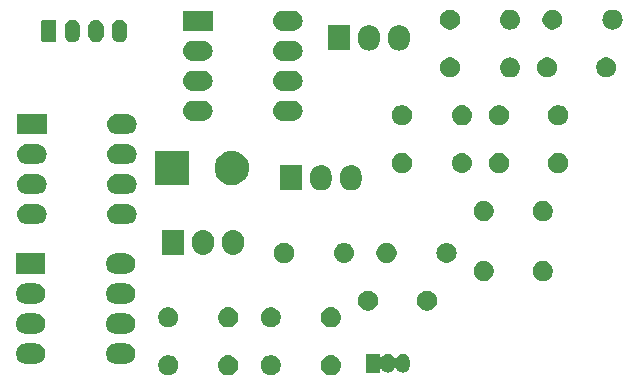
<source format=gbr>
G04 #@! TF.GenerationSoftware,KiCad,Pcbnew,(5.1.0)-1*
G04 #@! TF.CreationDate,2019-06-26T15:54:14-05:00*
G04 #@! TF.ProjectId,Audio Cassette Interface,41756469-6f20-4436-9173-736574746520,rev?*
G04 #@! TF.SameCoordinates,Original*
G04 #@! TF.FileFunction,Soldermask,Bot*
G04 #@! TF.FilePolarity,Negative*
%FSLAX46Y46*%
G04 Gerber Fmt 4.6, Leading zero omitted, Abs format (unit mm)*
G04 Created by KiCad (PCBNEW (5.1.0)-1) date 2019-06-26 15:54:14*
%MOMM*%
%LPD*%
G04 APERTURE LIST*
%ADD10C,0.100000*%
G04 APERTURE END LIST*
D10*
G36*
X100246823Y-93501313D02*
G01*
X100407242Y-93549976D01*
X100525980Y-93613443D01*
X100555078Y-93628996D01*
X100684659Y-93735341D01*
X100791004Y-93864922D01*
X100791005Y-93864924D01*
X100870024Y-94012758D01*
X100918687Y-94173177D01*
X100935117Y-94340000D01*
X100918687Y-94506823D01*
X100870024Y-94667242D01*
X100829477Y-94743100D01*
X100791004Y-94815078D01*
X100684659Y-94944659D01*
X100555078Y-95051004D01*
X100555076Y-95051005D01*
X100407242Y-95130024D01*
X100246823Y-95178687D01*
X100121804Y-95191000D01*
X100038196Y-95191000D01*
X99913177Y-95178687D01*
X99752758Y-95130024D01*
X99604924Y-95051005D01*
X99604922Y-95051004D01*
X99475341Y-94944659D01*
X99368996Y-94815078D01*
X99330523Y-94743100D01*
X99289976Y-94667242D01*
X99241313Y-94506823D01*
X99224883Y-94340000D01*
X99241313Y-94173177D01*
X99289976Y-94012758D01*
X99368995Y-93864924D01*
X99368996Y-93864922D01*
X99475341Y-93735341D01*
X99604922Y-93628996D01*
X99634020Y-93613443D01*
X99752758Y-93549976D01*
X99913177Y-93501313D01*
X100038196Y-93489000D01*
X100121804Y-93489000D01*
X100246823Y-93501313D01*
X100246823Y-93501313D01*
G37*
G36*
X95248228Y-93521703D02*
G01*
X95403100Y-93585853D01*
X95542481Y-93678985D01*
X95661015Y-93797519D01*
X95754147Y-93936900D01*
X95818297Y-94091772D01*
X95851000Y-94256184D01*
X95851000Y-94423816D01*
X95818297Y-94588228D01*
X95754147Y-94743100D01*
X95661015Y-94882481D01*
X95542481Y-95001015D01*
X95403100Y-95094147D01*
X95248228Y-95158297D01*
X95083816Y-95191000D01*
X94916184Y-95191000D01*
X94751772Y-95158297D01*
X94596900Y-95094147D01*
X94457519Y-95001015D01*
X94338985Y-94882481D01*
X94245853Y-94743100D01*
X94181703Y-94588228D01*
X94149000Y-94423816D01*
X94149000Y-94256184D01*
X94181703Y-94091772D01*
X94245853Y-93936900D01*
X94338985Y-93797519D01*
X94457519Y-93678985D01*
X94596900Y-93585853D01*
X94751772Y-93521703D01*
X94916184Y-93489000D01*
X95083816Y-93489000D01*
X95248228Y-93521703D01*
X95248228Y-93521703D01*
G37*
G36*
X86568228Y-93521703D02*
G01*
X86723100Y-93585853D01*
X86862481Y-93678985D01*
X86981015Y-93797519D01*
X87074147Y-93936900D01*
X87138297Y-94091772D01*
X87171000Y-94256184D01*
X87171000Y-94423816D01*
X87138297Y-94588228D01*
X87074147Y-94743100D01*
X86981015Y-94882481D01*
X86862481Y-95001015D01*
X86723100Y-95094147D01*
X86568228Y-95158297D01*
X86403816Y-95191000D01*
X86236184Y-95191000D01*
X86071772Y-95158297D01*
X85916900Y-95094147D01*
X85777519Y-95001015D01*
X85658985Y-94882481D01*
X85565853Y-94743100D01*
X85501703Y-94588228D01*
X85469000Y-94423816D01*
X85469000Y-94256184D01*
X85501703Y-94091772D01*
X85565853Y-93936900D01*
X85658985Y-93797519D01*
X85777519Y-93678985D01*
X85916900Y-93585853D01*
X86071772Y-93521703D01*
X86236184Y-93489000D01*
X86403816Y-93489000D01*
X86568228Y-93521703D01*
X86568228Y-93521703D01*
G37*
G36*
X91566823Y-93501313D02*
G01*
X91727242Y-93549976D01*
X91845980Y-93613443D01*
X91875078Y-93628996D01*
X92004659Y-93735341D01*
X92111004Y-93864922D01*
X92111005Y-93864924D01*
X92190024Y-94012758D01*
X92238687Y-94173177D01*
X92255117Y-94340000D01*
X92238687Y-94506823D01*
X92190024Y-94667242D01*
X92149477Y-94743100D01*
X92111004Y-94815078D01*
X92004659Y-94944659D01*
X91875078Y-95051004D01*
X91875076Y-95051005D01*
X91727242Y-95130024D01*
X91566823Y-95178687D01*
X91441804Y-95191000D01*
X91358196Y-95191000D01*
X91233177Y-95178687D01*
X91072758Y-95130024D01*
X90924924Y-95051005D01*
X90924922Y-95051004D01*
X90795341Y-94944659D01*
X90688996Y-94815078D01*
X90650523Y-94743100D01*
X90609976Y-94667242D01*
X90561313Y-94506823D01*
X90544883Y-94340000D01*
X90561313Y-94173177D01*
X90609976Y-94012758D01*
X90688995Y-93864924D01*
X90688996Y-93864922D01*
X90795341Y-93735341D01*
X90924922Y-93628996D01*
X90954020Y-93613443D01*
X91072758Y-93549976D01*
X91233177Y-93501313D01*
X91358196Y-93489000D01*
X91441804Y-93489000D01*
X91566823Y-93501313D01*
X91566823Y-93501313D01*
G37*
G36*
X106292915Y-93367334D02*
G01*
X106401491Y-93400271D01*
X106401494Y-93400272D01*
X106437600Y-93419571D01*
X106501556Y-93453756D01*
X106589264Y-93525736D01*
X106661244Y-93613443D01*
X106695343Y-93677239D01*
X106714728Y-93713505D01*
X106714729Y-93713508D01*
X106747666Y-93822084D01*
X106756000Y-93906702D01*
X106756000Y-94413297D01*
X106747666Y-94497916D01*
X106715252Y-94604767D01*
X106714728Y-94606495D01*
X106704761Y-94625141D01*
X106661244Y-94706557D01*
X106589264Y-94794264D01*
X106501557Y-94866244D01*
X106437601Y-94900429D01*
X106401495Y-94919728D01*
X106401492Y-94919729D01*
X106292916Y-94952666D01*
X106180000Y-94963787D01*
X106067085Y-94952666D01*
X105958509Y-94919729D01*
X105958506Y-94919728D01*
X105922400Y-94900429D01*
X105858444Y-94866244D01*
X105770737Y-94794264D01*
X105698757Y-94706557D01*
X105655239Y-94625141D01*
X105641625Y-94604766D01*
X105624298Y-94587439D01*
X105603924Y-94573826D01*
X105581285Y-94564448D01*
X105557252Y-94559668D01*
X105532748Y-94559668D01*
X105508715Y-94564448D01*
X105486076Y-94573826D01*
X105465701Y-94587440D01*
X105448374Y-94604767D01*
X105434761Y-94625141D01*
X105391244Y-94706557D01*
X105319264Y-94794264D01*
X105231557Y-94866244D01*
X105167601Y-94900429D01*
X105131495Y-94919728D01*
X105131492Y-94919729D01*
X105022916Y-94952666D01*
X104910000Y-94963787D01*
X104797085Y-94952666D01*
X104688509Y-94919729D01*
X104688506Y-94919728D01*
X104652400Y-94900429D01*
X104588444Y-94866244D01*
X104500737Y-94794264D01*
X104437622Y-94717359D01*
X104420297Y-94700034D01*
X104399923Y-94686420D01*
X104377284Y-94677043D01*
X104353250Y-94672263D01*
X104328746Y-94672263D01*
X104304713Y-94677044D01*
X104282074Y-94686421D01*
X104261700Y-94700035D01*
X104244373Y-94717362D01*
X104230759Y-94737736D01*
X104221382Y-94760375D01*
X104216000Y-94796660D01*
X104216000Y-94961000D01*
X103064000Y-94961000D01*
X103064000Y-93359000D01*
X104216000Y-93359000D01*
X104216000Y-93523341D01*
X104218402Y-93547727D01*
X104225515Y-93571176D01*
X104237066Y-93592787D01*
X104252611Y-93611729D01*
X104271553Y-93627274D01*
X104293164Y-93638825D01*
X104316613Y-93645938D01*
X104340999Y-93648340D01*
X104365385Y-93645938D01*
X104388834Y-93638825D01*
X104410445Y-93627274D01*
X104429387Y-93611729D01*
X104437608Y-93602657D01*
X104500736Y-93525736D01*
X104588443Y-93453756D01*
X104652399Y-93419571D01*
X104688505Y-93400272D01*
X104688508Y-93400271D01*
X104797084Y-93367334D01*
X104910000Y-93356213D01*
X105022915Y-93367334D01*
X105131491Y-93400271D01*
X105131494Y-93400272D01*
X105167600Y-93419571D01*
X105231556Y-93453756D01*
X105319264Y-93525736D01*
X105391244Y-93613443D01*
X105426276Y-93678985D01*
X105434761Y-93694859D01*
X105448375Y-93715234D01*
X105465702Y-93732561D01*
X105486076Y-93746174D01*
X105508715Y-93755552D01*
X105532748Y-93760332D01*
X105557252Y-93760332D01*
X105581285Y-93755552D01*
X105603924Y-93746174D01*
X105624299Y-93732560D01*
X105641626Y-93715233D01*
X105655239Y-93694860D01*
X105698756Y-93613444D01*
X105770736Y-93525736D01*
X105858443Y-93453756D01*
X105922399Y-93419571D01*
X105958505Y-93400272D01*
X105958508Y-93400271D01*
X106067084Y-93367334D01*
X106180000Y-93356213D01*
X106292915Y-93367334D01*
X106292915Y-93367334D01*
G37*
G36*
X82856823Y-92511313D02*
G01*
X83017242Y-92559976D01*
X83149906Y-92630886D01*
X83165078Y-92638996D01*
X83294659Y-92745341D01*
X83401004Y-92874922D01*
X83401005Y-92874924D01*
X83480024Y-93022758D01*
X83528687Y-93183177D01*
X83545117Y-93350000D01*
X83528687Y-93516823D01*
X83480024Y-93677242D01*
X83415734Y-93797520D01*
X83401004Y-93825078D01*
X83294659Y-93954659D01*
X83165078Y-94061004D01*
X83165076Y-94061005D01*
X83017242Y-94140024D01*
X82856823Y-94188687D01*
X82731804Y-94201000D01*
X81848196Y-94201000D01*
X81723177Y-94188687D01*
X81562758Y-94140024D01*
X81414924Y-94061005D01*
X81414922Y-94061004D01*
X81285341Y-93954659D01*
X81178996Y-93825078D01*
X81164266Y-93797520D01*
X81099976Y-93677242D01*
X81051313Y-93516823D01*
X81034883Y-93350000D01*
X81051313Y-93183177D01*
X81099976Y-93022758D01*
X81178995Y-92874924D01*
X81178996Y-92874922D01*
X81285341Y-92745341D01*
X81414922Y-92638996D01*
X81430094Y-92630886D01*
X81562758Y-92559976D01*
X81723177Y-92511313D01*
X81848196Y-92499000D01*
X82731804Y-92499000D01*
X82856823Y-92511313D01*
X82856823Y-92511313D01*
G37*
G36*
X75236823Y-92511313D02*
G01*
X75397242Y-92559976D01*
X75529906Y-92630886D01*
X75545078Y-92638996D01*
X75674659Y-92745341D01*
X75781004Y-92874922D01*
X75781005Y-92874924D01*
X75860024Y-93022758D01*
X75908687Y-93183177D01*
X75925117Y-93350000D01*
X75908687Y-93516823D01*
X75860024Y-93677242D01*
X75795734Y-93797520D01*
X75781004Y-93825078D01*
X75674659Y-93954659D01*
X75545078Y-94061004D01*
X75545076Y-94061005D01*
X75397242Y-94140024D01*
X75236823Y-94188687D01*
X75111804Y-94201000D01*
X74228196Y-94201000D01*
X74103177Y-94188687D01*
X73942758Y-94140024D01*
X73794924Y-94061005D01*
X73794922Y-94061004D01*
X73665341Y-93954659D01*
X73558996Y-93825078D01*
X73544266Y-93797520D01*
X73479976Y-93677242D01*
X73431313Y-93516823D01*
X73414883Y-93350000D01*
X73431313Y-93183177D01*
X73479976Y-93022758D01*
X73558995Y-92874924D01*
X73558996Y-92874922D01*
X73665341Y-92745341D01*
X73794922Y-92638996D01*
X73810094Y-92630886D01*
X73942758Y-92559976D01*
X74103177Y-92511313D01*
X74228196Y-92499000D01*
X75111804Y-92499000D01*
X75236823Y-92511313D01*
X75236823Y-92511313D01*
G37*
G36*
X75236823Y-89971313D02*
G01*
X75397242Y-90019976D01*
X75438019Y-90041772D01*
X75545078Y-90098996D01*
X75674659Y-90205341D01*
X75781004Y-90334922D01*
X75781005Y-90334924D01*
X75860024Y-90482758D01*
X75908687Y-90643177D01*
X75925117Y-90810000D01*
X75908687Y-90976823D01*
X75901351Y-91001005D01*
X75862620Y-91128686D01*
X75860024Y-91137242D01*
X75858015Y-91141000D01*
X75781004Y-91285078D01*
X75674659Y-91414659D01*
X75545078Y-91521004D01*
X75545076Y-91521005D01*
X75397242Y-91600024D01*
X75236823Y-91648687D01*
X75111804Y-91661000D01*
X74228196Y-91661000D01*
X74103177Y-91648687D01*
X73942758Y-91600024D01*
X73794924Y-91521005D01*
X73794922Y-91521004D01*
X73665341Y-91414659D01*
X73558996Y-91285078D01*
X73481985Y-91141000D01*
X73479976Y-91137242D01*
X73477381Y-91128686D01*
X73438649Y-91001005D01*
X73431313Y-90976823D01*
X73414883Y-90810000D01*
X73431313Y-90643177D01*
X73479976Y-90482758D01*
X73558995Y-90334924D01*
X73558996Y-90334922D01*
X73665341Y-90205341D01*
X73794922Y-90098996D01*
X73901981Y-90041772D01*
X73942758Y-90019976D01*
X74103177Y-89971313D01*
X74228196Y-89959000D01*
X75111804Y-89959000D01*
X75236823Y-89971313D01*
X75236823Y-89971313D01*
G37*
G36*
X82856823Y-89971313D02*
G01*
X83017242Y-90019976D01*
X83058019Y-90041772D01*
X83165078Y-90098996D01*
X83294659Y-90205341D01*
X83401004Y-90334922D01*
X83401005Y-90334924D01*
X83480024Y-90482758D01*
X83528687Y-90643177D01*
X83545117Y-90810000D01*
X83528687Y-90976823D01*
X83521351Y-91001005D01*
X83482620Y-91128686D01*
X83480024Y-91137242D01*
X83478015Y-91141000D01*
X83401004Y-91285078D01*
X83294659Y-91414659D01*
X83165078Y-91521004D01*
X83165076Y-91521005D01*
X83017242Y-91600024D01*
X82856823Y-91648687D01*
X82731804Y-91661000D01*
X81848196Y-91661000D01*
X81723177Y-91648687D01*
X81562758Y-91600024D01*
X81414924Y-91521005D01*
X81414922Y-91521004D01*
X81285341Y-91414659D01*
X81178996Y-91285078D01*
X81101985Y-91141000D01*
X81099976Y-91137242D01*
X81097381Y-91128686D01*
X81058649Y-91001005D01*
X81051313Y-90976823D01*
X81034883Y-90810000D01*
X81051313Y-90643177D01*
X81099976Y-90482758D01*
X81178995Y-90334924D01*
X81178996Y-90334922D01*
X81285341Y-90205341D01*
X81414922Y-90098996D01*
X81521981Y-90041772D01*
X81562758Y-90019976D01*
X81723177Y-89971313D01*
X81848196Y-89959000D01*
X82731804Y-89959000D01*
X82856823Y-89971313D01*
X82856823Y-89971313D01*
G37*
G36*
X100246823Y-89451313D02*
G01*
X100407242Y-89499976D01*
X100474361Y-89535852D01*
X100555078Y-89578996D01*
X100684659Y-89685341D01*
X100791004Y-89814922D01*
X100791005Y-89814924D01*
X100870024Y-89962758D01*
X100870025Y-89962761D01*
X100879083Y-89992620D01*
X100918687Y-90123177D01*
X100935117Y-90290000D01*
X100918687Y-90456823D01*
X100870024Y-90617242D01*
X100829477Y-90693100D01*
X100791004Y-90765078D01*
X100684659Y-90894659D01*
X100555078Y-91001004D01*
X100555076Y-91001005D01*
X100407242Y-91080024D01*
X100246823Y-91128687D01*
X100121804Y-91141000D01*
X100038196Y-91141000D01*
X99913177Y-91128687D01*
X99752758Y-91080024D01*
X99604924Y-91001005D01*
X99604922Y-91001004D01*
X99475341Y-90894659D01*
X99368996Y-90765078D01*
X99330523Y-90693100D01*
X99289976Y-90617242D01*
X99241313Y-90456823D01*
X99224883Y-90290000D01*
X99241313Y-90123177D01*
X99280917Y-89992620D01*
X99289975Y-89962761D01*
X99289976Y-89962758D01*
X99368995Y-89814924D01*
X99368996Y-89814922D01*
X99475341Y-89685341D01*
X99604922Y-89578996D01*
X99685639Y-89535852D01*
X99752758Y-89499976D01*
X99913177Y-89451313D01*
X100038196Y-89439000D01*
X100121804Y-89439000D01*
X100246823Y-89451313D01*
X100246823Y-89451313D01*
G37*
G36*
X91566823Y-89451313D02*
G01*
X91727242Y-89499976D01*
X91794361Y-89535852D01*
X91875078Y-89578996D01*
X92004659Y-89685341D01*
X92111004Y-89814922D01*
X92111005Y-89814924D01*
X92190024Y-89962758D01*
X92190025Y-89962761D01*
X92199083Y-89992620D01*
X92238687Y-90123177D01*
X92255117Y-90290000D01*
X92238687Y-90456823D01*
X92190024Y-90617242D01*
X92149477Y-90693100D01*
X92111004Y-90765078D01*
X92004659Y-90894659D01*
X91875078Y-91001004D01*
X91875076Y-91001005D01*
X91727242Y-91080024D01*
X91566823Y-91128687D01*
X91441804Y-91141000D01*
X91358196Y-91141000D01*
X91233177Y-91128687D01*
X91072758Y-91080024D01*
X90924924Y-91001005D01*
X90924922Y-91001004D01*
X90795341Y-90894659D01*
X90688996Y-90765078D01*
X90650523Y-90693100D01*
X90609976Y-90617242D01*
X90561313Y-90456823D01*
X90544883Y-90290000D01*
X90561313Y-90123177D01*
X90600917Y-89992620D01*
X90609975Y-89962761D01*
X90609976Y-89962758D01*
X90688995Y-89814924D01*
X90688996Y-89814922D01*
X90795341Y-89685341D01*
X90924922Y-89578996D01*
X91005639Y-89535852D01*
X91072758Y-89499976D01*
X91233177Y-89451313D01*
X91358196Y-89439000D01*
X91441804Y-89439000D01*
X91566823Y-89451313D01*
X91566823Y-89451313D01*
G37*
G36*
X86568228Y-89471703D02*
G01*
X86723100Y-89535853D01*
X86862481Y-89628985D01*
X86981015Y-89747519D01*
X87074147Y-89886900D01*
X87138297Y-90041772D01*
X87171000Y-90206184D01*
X87171000Y-90373816D01*
X87138297Y-90538228D01*
X87074147Y-90693100D01*
X86981015Y-90832481D01*
X86862481Y-90951015D01*
X86723100Y-91044147D01*
X86568228Y-91108297D01*
X86403816Y-91141000D01*
X86236184Y-91141000D01*
X86071772Y-91108297D01*
X85916900Y-91044147D01*
X85777519Y-90951015D01*
X85658985Y-90832481D01*
X85565853Y-90693100D01*
X85501703Y-90538228D01*
X85469000Y-90373816D01*
X85469000Y-90206184D01*
X85501703Y-90041772D01*
X85565853Y-89886900D01*
X85658985Y-89747519D01*
X85777519Y-89628985D01*
X85916900Y-89535853D01*
X86071772Y-89471703D01*
X86236184Y-89439000D01*
X86403816Y-89439000D01*
X86568228Y-89471703D01*
X86568228Y-89471703D01*
G37*
G36*
X95248228Y-89471703D02*
G01*
X95403100Y-89535853D01*
X95542481Y-89628985D01*
X95661015Y-89747519D01*
X95754147Y-89886900D01*
X95818297Y-90041772D01*
X95851000Y-90206184D01*
X95851000Y-90373816D01*
X95818297Y-90538228D01*
X95754147Y-90693100D01*
X95661015Y-90832481D01*
X95542481Y-90951015D01*
X95403100Y-91044147D01*
X95248228Y-91108297D01*
X95083816Y-91141000D01*
X94916184Y-91141000D01*
X94751772Y-91108297D01*
X94596900Y-91044147D01*
X94457519Y-90951015D01*
X94338985Y-90832481D01*
X94245853Y-90693100D01*
X94181703Y-90538228D01*
X94149000Y-90373816D01*
X94149000Y-90206184D01*
X94181703Y-90041772D01*
X94245853Y-89886900D01*
X94338985Y-89747519D01*
X94457519Y-89628985D01*
X94596900Y-89535853D01*
X94751772Y-89471703D01*
X94916184Y-89439000D01*
X95083816Y-89439000D01*
X95248228Y-89471703D01*
X95248228Y-89471703D01*
G37*
G36*
X108478228Y-88061703D02*
G01*
X108633100Y-88125853D01*
X108772481Y-88218985D01*
X108891015Y-88337519D01*
X108984147Y-88476900D01*
X109048297Y-88631772D01*
X109081000Y-88796184D01*
X109081000Y-88963816D01*
X109048297Y-89128228D01*
X108984147Y-89283100D01*
X108891015Y-89422481D01*
X108772481Y-89541015D01*
X108633100Y-89634147D01*
X108478228Y-89698297D01*
X108313816Y-89731000D01*
X108146184Y-89731000D01*
X107981772Y-89698297D01*
X107826900Y-89634147D01*
X107687519Y-89541015D01*
X107568985Y-89422481D01*
X107475853Y-89283100D01*
X107411703Y-89128228D01*
X107379000Y-88963816D01*
X107379000Y-88796184D01*
X107411703Y-88631772D01*
X107475853Y-88476900D01*
X107568985Y-88337519D01*
X107687519Y-88218985D01*
X107826900Y-88125853D01*
X107981772Y-88061703D01*
X108146184Y-88029000D01*
X108313816Y-88029000D01*
X108478228Y-88061703D01*
X108478228Y-88061703D01*
G37*
G36*
X103478228Y-88061703D02*
G01*
X103633100Y-88125853D01*
X103772481Y-88218985D01*
X103891015Y-88337519D01*
X103984147Y-88476900D01*
X104048297Y-88631772D01*
X104081000Y-88796184D01*
X104081000Y-88963816D01*
X104048297Y-89128228D01*
X103984147Y-89283100D01*
X103891015Y-89422481D01*
X103772481Y-89541015D01*
X103633100Y-89634147D01*
X103478228Y-89698297D01*
X103313816Y-89731000D01*
X103146184Y-89731000D01*
X102981772Y-89698297D01*
X102826900Y-89634147D01*
X102687519Y-89541015D01*
X102568985Y-89422481D01*
X102475853Y-89283100D01*
X102411703Y-89128228D01*
X102379000Y-88963816D01*
X102379000Y-88796184D01*
X102411703Y-88631772D01*
X102475853Y-88476900D01*
X102568985Y-88337519D01*
X102687519Y-88218985D01*
X102826900Y-88125853D01*
X102981772Y-88061703D01*
X103146184Y-88029000D01*
X103313816Y-88029000D01*
X103478228Y-88061703D01*
X103478228Y-88061703D01*
G37*
G36*
X82856823Y-87431313D02*
G01*
X83017242Y-87479976D01*
X83149906Y-87550886D01*
X83165078Y-87558996D01*
X83294659Y-87665341D01*
X83401004Y-87794922D01*
X83401005Y-87794924D01*
X83480024Y-87942758D01*
X83528687Y-88103177D01*
X83545117Y-88270000D01*
X83528687Y-88436823D01*
X83480024Y-88597242D01*
X83461567Y-88631772D01*
X83401004Y-88745078D01*
X83294659Y-88874659D01*
X83165078Y-88981004D01*
X83165076Y-88981005D01*
X83017242Y-89060024D01*
X82856823Y-89108687D01*
X82731804Y-89121000D01*
X81848196Y-89121000D01*
X81723177Y-89108687D01*
X81562758Y-89060024D01*
X81414924Y-88981005D01*
X81414922Y-88981004D01*
X81285341Y-88874659D01*
X81178996Y-88745078D01*
X81118433Y-88631772D01*
X81099976Y-88597242D01*
X81051313Y-88436823D01*
X81034883Y-88270000D01*
X81051313Y-88103177D01*
X81099976Y-87942758D01*
X81178995Y-87794924D01*
X81178996Y-87794922D01*
X81285341Y-87665341D01*
X81414922Y-87558996D01*
X81430094Y-87550886D01*
X81562758Y-87479976D01*
X81723177Y-87431313D01*
X81848196Y-87419000D01*
X82731804Y-87419000D01*
X82856823Y-87431313D01*
X82856823Y-87431313D01*
G37*
G36*
X75236823Y-87431313D02*
G01*
X75397242Y-87479976D01*
X75529906Y-87550886D01*
X75545078Y-87558996D01*
X75674659Y-87665341D01*
X75781004Y-87794922D01*
X75781005Y-87794924D01*
X75860024Y-87942758D01*
X75908687Y-88103177D01*
X75925117Y-88270000D01*
X75908687Y-88436823D01*
X75860024Y-88597242D01*
X75841567Y-88631772D01*
X75781004Y-88745078D01*
X75674659Y-88874659D01*
X75545078Y-88981004D01*
X75545076Y-88981005D01*
X75397242Y-89060024D01*
X75236823Y-89108687D01*
X75111804Y-89121000D01*
X74228196Y-89121000D01*
X74103177Y-89108687D01*
X73942758Y-89060024D01*
X73794924Y-88981005D01*
X73794922Y-88981004D01*
X73665341Y-88874659D01*
X73558996Y-88745078D01*
X73498433Y-88631772D01*
X73479976Y-88597242D01*
X73431313Y-88436823D01*
X73414883Y-88270000D01*
X73431313Y-88103177D01*
X73479976Y-87942758D01*
X73558995Y-87794924D01*
X73558996Y-87794922D01*
X73665341Y-87665341D01*
X73794922Y-87558996D01*
X73810094Y-87550886D01*
X73942758Y-87479976D01*
X74103177Y-87431313D01*
X74228196Y-87419000D01*
X75111804Y-87419000D01*
X75236823Y-87431313D01*
X75236823Y-87431313D01*
G37*
G36*
X118278228Y-85541703D02*
G01*
X118433100Y-85605853D01*
X118572481Y-85698985D01*
X118691015Y-85817519D01*
X118784147Y-85956900D01*
X118848297Y-86111772D01*
X118881000Y-86276184D01*
X118881000Y-86443816D01*
X118848297Y-86608228D01*
X118784147Y-86763100D01*
X118691015Y-86902481D01*
X118572481Y-87021015D01*
X118433100Y-87114147D01*
X118278228Y-87178297D01*
X118113816Y-87211000D01*
X117946184Y-87211000D01*
X117781772Y-87178297D01*
X117626900Y-87114147D01*
X117487519Y-87021015D01*
X117368985Y-86902481D01*
X117275853Y-86763100D01*
X117211703Y-86608228D01*
X117179000Y-86443816D01*
X117179000Y-86276184D01*
X117211703Y-86111772D01*
X117275853Y-85956900D01*
X117368985Y-85817519D01*
X117487519Y-85698985D01*
X117626900Y-85605853D01*
X117781772Y-85541703D01*
X117946184Y-85509000D01*
X118113816Y-85509000D01*
X118278228Y-85541703D01*
X118278228Y-85541703D01*
G37*
G36*
X113278228Y-85541703D02*
G01*
X113433100Y-85605853D01*
X113572481Y-85698985D01*
X113691015Y-85817519D01*
X113784147Y-85956900D01*
X113848297Y-86111772D01*
X113881000Y-86276184D01*
X113881000Y-86443816D01*
X113848297Y-86608228D01*
X113784147Y-86763100D01*
X113691015Y-86902481D01*
X113572481Y-87021015D01*
X113433100Y-87114147D01*
X113278228Y-87178297D01*
X113113816Y-87211000D01*
X112946184Y-87211000D01*
X112781772Y-87178297D01*
X112626900Y-87114147D01*
X112487519Y-87021015D01*
X112368985Y-86902481D01*
X112275853Y-86763100D01*
X112211703Y-86608228D01*
X112179000Y-86443816D01*
X112179000Y-86276184D01*
X112211703Y-86111772D01*
X112275853Y-85956900D01*
X112368985Y-85817519D01*
X112487519Y-85698985D01*
X112626900Y-85605853D01*
X112781772Y-85541703D01*
X112946184Y-85509000D01*
X113113816Y-85509000D01*
X113278228Y-85541703D01*
X113278228Y-85541703D01*
G37*
G36*
X82856823Y-84891313D02*
G01*
X83017242Y-84939976D01*
X83123595Y-84996823D01*
X83165078Y-85018996D01*
X83294659Y-85125341D01*
X83401004Y-85254922D01*
X83401005Y-85254924D01*
X83480024Y-85402758D01*
X83528687Y-85563177D01*
X83545117Y-85730000D01*
X83528687Y-85896823D01*
X83480024Y-86057242D01*
X83450877Y-86111772D01*
X83401004Y-86205078D01*
X83294659Y-86334659D01*
X83165078Y-86441004D01*
X83165076Y-86441005D01*
X83017242Y-86520024D01*
X82856823Y-86568687D01*
X82731804Y-86581000D01*
X81848196Y-86581000D01*
X81723177Y-86568687D01*
X81562758Y-86520024D01*
X81414924Y-86441005D01*
X81414922Y-86441004D01*
X81285341Y-86334659D01*
X81178996Y-86205078D01*
X81129123Y-86111772D01*
X81099976Y-86057242D01*
X81051313Y-85896823D01*
X81034883Y-85730000D01*
X81051313Y-85563177D01*
X81099976Y-85402758D01*
X81178995Y-85254924D01*
X81178996Y-85254922D01*
X81285341Y-85125341D01*
X81414922Y-85018996D01*
X81456405Y-84996823D01*
X81562758Y-84939976D01*
X81723177Y-84891313D01*
X81848196Y-84879000D01*
X82731804Y-84879000D01*
X82856823Y-84891313D01*
X82856823Y-84891313D01*
G37*
G36*
X75921000Y-86581000D02*
G01*
X73419000Y-86581000D01*
X73419000Y-84879000D01*
X75921000Y-84879000D01*
X75921000Y-86581000D01*
X75921000Y-86581000D01*
G37*
G36*
X105048228Y-84011703D02*
G01*
X105203100Y-84075853D01*
X105342481Y-84168985D01*
X105461015Y-84287519D01*
X105554147Y-84426900D01*
X105618297Y-84581772D01*
X105651000Y-84746184D01*
X105651000Y-84913816D01*
X105618297Y-85078228D01*
X105554147Y-85233100D01*
X105461015Y-85372481D01*
X105342481Y-85491015D01*
X105203100Y-85584147D01*
X105048228Y-85648297D01*
X104883816Y-85681000D01*
X104716184Y-85681000D01*
X104551772Y-85648297D01*
X104396900Y-85584147D01*
X104257519Y-85491015D01*
X104138985Y-85372481D01*
X104045853Y-85233100D01*
X103981703Y-85078228D01*
X103949000Y-84913816D01*
X103949000Y-84746184D01*
X103981703Y-84581772D01*
X104045853Y-84426900D01*
X104138985Y-84287519D01*
X104257519Y-84168985D01*
X104396900Y-84075853D01*
X104551772Y-84011703D01*
X104716184Y-83979000D01*
X104883816Y-83979000D01*
X105048228Y-84011703D01*
X105048228Y-84011703D01*
G37*
G36*
X110046823Y-83991313D02*
G01*
X110207242Y-84039976D01*
X110274361Y-84075852D01*
X110355078Y-84118996D01*
X110484659Y-84225341D01*
X110591004Y-84354922D01*
X110591005Y-84354924D01*
X110670024Y-84502758D01*
X110718687Y-84663177D01*
X110735117Y-84830000D01*
X110718687Y-84996823D01*
X110670024Y-85157242D01*
X110629477Y-85233100D01*
X110591004Y-85305078D01*
X110484659Y-85434659D01*
X110355078Y-85541004D01*
X110339906Y-85549114D01*
X110207242Y-85620024D01*
X110046823Y-85668687D01*
X109921804Y-85681000D01*
X109838196Y-85681000D01*
X109713177Y-85668687D01*
X109552758Y-85620024D01*
X109420094Y-85549114D01*
X109404922Y-85541004D01*
X109275341Y-85434659D01*
X109168996Y-85305078D01*
X109130523Y-85233100D01*
X109089976Y-85157242D01*
X109041313Y-84996823D01*
X109024883Y-84830000D01*
X109041313Y-84663177D01*
X109089976Y-84502758D01*
X109168995Y-84354924D01*
X109168996Y-84354922D01*
X109275341Y-84225341D01*
X109404922Y-84118996D01*
X109485639Y-84075852D01*
X109552758Y-84039976D01*
X109713177Y-83991313D01*
X109838196Y-83979000D01*
X109921804Y-83979000D01*
X110046823Y-83991313D01*
X110046823Y-83991313D01*
G37*
G36*
X101366823Y-83991313D02*
G01*
X101527242Y-84039976D01*
X101594361Y-84075852D01*
X101675078Y-84118996D01*
X101804659Y-84225341D01*
X101911004Y-84354922D01*
X101911005Y-84354924D01*
X101990024Y-84502758D01*
X102038687Y-84663177D01*
X102055117Y-84830000D01*
X102038687Y-84996823D01*
X101990024Y-85157242D01*
X101949477Y-85233100D01*
X101911004Y-85305078D01*
X101804659Y-85434659D01*
X101675078Y-85541004D01*
X101659906Y-85549114D01*
X101527242Y-85620024D01*
X101366823Y-85668687D01*
X101241804Y-85681000D01*
X101158196Y-85681000D01*
X101033177Y-85668687D01*
X100872758Y-85620024D01*
X100740094Y-85549114D01*
X100724922Y-85541004D01*
X100595341Y-85434659D01*
X100488996Y-85305078D01*
X100450523Y-85233100D01*
X100409976Y-85157242D01*
X100361313Y-84996823D01*
X100344883Y-84830000D01*
X100361313Y-84663177D01*
X100409976Y-84502758D01*
X100488995Y-84354924D01*
X100488996Y-84354922D01*
X100595341Y-84225341D01*
X100724922Y-84118996D01*
X100805639Y-84075852D01*
X100872758Y-84039976D01*
X101033177Y-83991313D01*
X101158196Y-83979000D01*
X101241804Y-83979000D01*
X101366823Y-83991313D01*
X101366823Y-83991313D01*
G37*
G36*
X96368228Y-84011703D02*
G01*
X96523100Y-84075853D01*
X96662481Y-84168985D01*
X96781015Y-84287519D01*
X96874147Y-84426900D01*
X96938297Y-84581772D01*
X96971000Y-84746184D01*
X96971000Y-84913816D01*
X96938297Y-85078228D01*
X96874147Y-85233100D01*
X96781015Y-85372481D01*
X96662481Y-85491015D01*
X96523100Y-85584147D01*
X96368228Y-85648297D01*
X96203816Y-85681000D01*
X96036184Y-85681000D01*
X95871772Y-85648297D01*
X95716900Y-85584147D01*
X95577519Y-85491015D01*
X95458985Y-85372481D01*
X95365853Y-85233100D01*
X95301703Y-85078228D01*
X95269000Y-84913816D01*
X95269000Y-84746184D01*
X95301703Y-84581772D01*
X95365853Y-84426900D01*
X95458985Y-84287519D01*
X95577519Y-84168985D01*
X95716900Y-84075853D01*
X95871772Y-84011703D01*
X96036184Y-83979000D01*
X96203816Y-83979000D01*
X96368228Y-84011703D01*
X96368228Y-84011703D01*
G37*
G36*
X91963467Y-82885668D02*
G01*
X91979567Y-82887254D01*
X92152233Y-82939632D01*
X92311364Y-83024689D01*
X92450844Y-83139156D01*
X92565311Y-83278635D01*
X92650368Y-83437766D01*
X92702746Y-83610433D01*
X92716000Y-83745002D01*
X92716000Y-84134997D01*
X92712652Y-84168985D01*
X92702746Y-84269567D01*
X92697300Y-84287519D01*
X92650368Y-84442234D01*
X92565311Y-84601365D01*
X92450844Y-84740844D01*
X92311365Y-84855311D01*
X92152234Y-84940368D01*
X91979568Y-84992746D01*
X91963468Y-84994332D01*
X91800000Y-85010432D01*
X91636533Y-84994332D01*
X91620433Y-84992746D01*
X91447767Y-84940368D01*
X91288636Y-84855311D01*
X91149157Y-84740844D01*
X91034689Y-84601365D01*
X90949632Y-84442234D01*
X90902700Y-84287520D01*
X90897254Y-84269568D01*
X90892898Y-84225341D01*
X90884000Y-84134998D01*
X90884000Y-83745003D01*
X90897254Y-83610434D01*
X90897255Y-83610432D01*
X90949632Y-83437768D01*
X90949632Y-83437767D01*
X91034689Y-83278636D01*
X91149156Y-83139156D01*
X91288635Y-83024689D01*
X91447766Y-82939632D01*
X91620432Y-82887254D01*
X91636532Y-82885668D01*
X91800000Y-82869568D01*
X91963467Y-82885668D01*
X91963467Y-82885668D01*
G37*
G36*
X89423467Y-82885668D02*
G01*
X89439567Y-82887254D01*
X89612233Y-82939632D01*
X89771364Y-83024689D01*
X89910844Y-83139156D01*
X90025311Y-83278635D01*
X90110368Y-83437766D01*
X90162746Y-83610433D01*
X90176000Y-83745002D01*
X90176000Y-84134997D01*
X90172652Y-84168985D01*
X90162746Y-84269567D01*
X90157300Y-84287519D01*
X90110368Y-84442234D01*
X90025311Y-84601365D01*
X89910844Y-84740844D01*
X89771365Y-84855311D01*
X89612234Y-84940368D01*
X89439568Y-84992746D01*
X89423468Y-84994332D01*
X89260000Y-85010432D01*
X89096533Y-84994332D01*
X89080433Y-84992746D01*
X88907767Y-84940368D01*
X88748636Y-84855311D01*
X88609157Y-84740844D01*
X88494689Y-84601365D01*
X88409632Y-84442234D01*
X88362700Y-84287520D01*
X88357254Y-84269568D01*
X88352898Y-84225341D01*
X88344000Y-84134998D01*
X88344000Y-83745003D01*
X88357254Y-83610434D01*
X88357255Y-83610432D01*
X88409632Y-83437768D01*
X88409632Y-83437767D01*
X88494689Y-83278636D01*
X88609156Y-83139156D01*
X88748635Y-83024689D01*
X88907766Y-82939632D01*
X89080432Y-82887254D01*
X89096532Y-82885668D01*
X89260000Y-82869568D01*
X89423467Y-82885668D01*
X89423467Y-82885668D01*
G37*
G36*
X87636000Y-85006000D02*
G01*
X85804000Y-85006000D01*
X85804000Y-82874000D01*
X87636000Y-82874000D01*
X87636000Y-85006000D01*
X87636000Y-85006000D01*
G37*
G36*
X82956823Y-80711313D02*
G01*
X83117242Y-80759976D01*
X83249906Y-80830886D01*
X83265078Y-80838996D01*
X83394659Y-80945341D01*
X83501004Y-81074922D01*
X83501005Y-81074924D01*
X83580024Y-81222758D01*
X83628687Y-81383177D01*
X83645117Y-81550000D01*
X83628687Y-81716823D01*
X83580024Y-81877242D01*
X83509114Y-82009906D01*
X83501004Y-82025078D01*
X83394659Y-82154659D01*
X83265078Y-82261004D01*
X83265076Y-82261005D01*
X83117242Y-82340024D01*
X82956823Y-82388687D01*
X82831804Y-82401000D01*
X81948196Y-82401000D01*
X81823177Y-82388687D01*
X81662758Y-82340024D01*
X81514924Y-82261005D01*
X81514922Y-82261004D01*
X81385341Y-82154659D01*
X81278996Y-82025078D01*
X81270886Y-82009906D01*
X81199976Y-81877242D01*
X81151313Y-81716823D01*
X81134883Y-81550000D01*
X81151313Y-81383177D01*
X81199976Y-81222758D01*
X81278995Y-81074924D01*
X81278996Y-81074922D01*
X81385341Y-80945341D01*
X81514922Y-80838996D01*
X81530094Y-80830886D01*
X81662758Y-80759976D01*
X81823177Y-80711313D01*
X81948196Y-80699000D01*
X82831804Y-80699000D01*
X82956823Y-80711313D01*
X82956823Y-80711313D01*
G37*
G36*
X75336823Y-80711313D02*
G01*
X75497242Y-80759976D01*
X75629906Y-80830886D01*
X75645078Y-80838996D01*
X75774659Y-80945341D01*
X75881004Y-81074922D01*
X75881005Y-81074924D01*
X75960024Y-81222758D01*
X76008687Y-81383177D01*
X76025117Y-81550000D01*
X76008687Y-81716823D01*
X75960024Y-81877242D01*
X75889114Y-82009906D01*
X75881004Y-82025078D01*
X75774659Y-82154659D01*
X75645078Y-82261004D01*
X75645076Y-82261005D01*
X75497242Y-82340024D01*
X75336823Y-82388687D01*
X75211804Y-82401000D01*
X74328196Y-82401000D01*
X74203177Y-82388687D01*
X74042758Y-82340024D01*
X73894924Y-82261005D01*
X73894922Y-82261004D01*
X73765341Y-82154659D01*
X73658996Y-82025078D01*
X73650886Y-82009906D01*
X73579976Y-81877242D01*
X73531313Y-81716823D01*
X73514883Y-81550000D01*
X73531313Y-81383177D01*
X73579976Y-81222758D01*
X73658995Y-81074924D01*
X73658996Y-81074922D01*
X73765341Y-80945341D01*
X73894922Y-80838996D01*
X73910094Y-80830886D01*
X74042758Y-80759976D01*
X74203177Y-80711313D01*
X74328196Y-80699000D01*
X75211804Y-80699000D01*
X75336823Y-80711313D01*
X75336823Y-80711313D01*
G37*
G36*
X113278228Y-80461703D02*
G01*
X113433100Y-80525853D01*
X113572481Y-80618985D01*
X113691015Y-80737519D01*
X113784147Y-80876900D01*
X113848297Y-81031772D01*
X113881000Y-81196184D01*
X113881000Y-81363816D01*
X113848297Y-81528228D01*
X113784147Y-81683100D01*
X113691015Y-81822481D01*
X113572481Y-81941015D01*
X113433100Y-82034147D01*
X113278228Y-82098297D01*
X113113816Y-82131000D01*
X112946184Y-82131000D01*
X112781772Y-82098297D01*
X112626900Y-82034147D01*
X112487519Y-81941015D01*
X112368985Y-81822481D01*
X112275853Y-81683100D01*
X112211703Y-81528228D01*
X112179000Y-81363816D01*
X112179000Y-81196184D01*
X112211703Y-81031772D01*
X112275853Y-80876900D01*
X112368985Y-80737519D01*
X112487519Y-80618985D01*
X112626900Y-80525853D01*
X112781772Y-80461703D01*
X112946184Y-80429000D01*
X113113816Y-80429000D01*
X113278228Y-80461703D01*
X113278228Y-80461703D01*
G37*
G36*
X118278228Y-80461703D02*
G01*
X118433100Y-80525853D01*
X118572481Y-80618985D01*
X118691015Y-80737519D01*
X118784147Y-80876900D01*
X118848297Y-81031772D01*
X118881000Y-81196184D01*
X118881000Y-81363816D01*
X118848297Y-81528228D01*
X118784147Y-81683100D01*
X118691015Y-81822481D01*
X118572481Y-81941015D01*
X118433100Y-82034147D01*
X118278228Y-82098297D01*
X118113816Y-82131000D01*
X117946184Y-82131000D01*
X117781772Y-82098297D01*
X117626900Y-82034147D01*
X117487519Y-81941015D01*
X117368985Y-81822481D01*
X117275853Y-81683100D01*
X117211703Y-81528228D01*
X117179000Y-81363816D01*
X117179000Y-81196184D01*
X117211703Y-81031772D01*
X117275853Y-80876900D01*
X117368985Y-80737519D01*
X117487519Y-80618985D01*
X117626900Y-80525853D01*
X117781772Y-80461703D01*
X117946184Y-80429000D01*
X118113816Y-80429000D01*
X118278228Y-80461703D01*
X118278228Y-80461703D01*
G37*
G36*
X82956823Y-78171313D02*
G01*
X83117242Y-78219976D01*
X83238897Y-78285002D01*
X83265078Y-78298996D01*
X83394659Y-78405341D01*
X83501004Y-78534922D01*
X83501005Y-78534924D01*
X83580024Y-78682758D01*
X83628687Y-78843177D01*
X83645117Y-79010000D01*
X83628687Y-79176823D01*
X83580024Y-79337242D01*
X83548985Y-79395311D01*
X83501004Y-79485078D01*
X83394659Y-79614659D01*
X83265078Y-79721004D01*
X83265076Y-79721005D01*
X83117242Y-79800024D01*
X82956823Y-79848687D01*
X82831804Y-79861000D01*
X81948196Y-79861000D01*
X81823177Y-79848687D01*
X81662758Y-79800024D01*
X81514924Y-79721005D01*
X81514922Y-79721004D01*
X81385341Y-79614659D01*
X81278996Y-79485078D01*
X81231015Y-79395311D01*
X81199976Y-79337242D01*
X81151313Y-79176823D01*
X81134883Y-79010000D01*
X81151313Y-78843177D01*
X81199976Y-78682758D01*
X81278995Y-78534924D01*
X81278996Y-78534922D01*
X81385341Y-78405341D01*
X81514922Y-78298996D01*
X81541103Y-78285002D01*
X81662758Y-78219976D01*
X81823177Y-78171313D01*
X81948196Y-78159000D01*
X82831804Y-78159000D01*
X82956823Y-78171313D01*
X82956823Y-78171313D01*
G37*
G36*
X75336823Y-78171313D02*
G01*
X75497242Y-78219976D01*
X75618897Y-78285002D01*
X75645078Y-78298996D01*
X75774659Y-78405341D01*
X75881004Y-78534922D01*
X75881005Y-78534924D01*
X75960024Y-78682758D01*
X76008687Y-78843177D01*
X76025117Y-79010000D01*
X76008687Y-79176823D01*
X75960024Y-79337242D01*
X75928985Y-79395311D01*
X75881004Y-79485078D01*
X75774659Y-79614659D01*
X75645078Y-79721004D01*
X75645076Y-79721005D01*
X75497242Y-79800024D01*
X75336823Y-79848687D01*
X75211804Y-79861000D01*
X74328196Y-79861000D01*
X74203177Y-79848687D01*
X74042758Y-79800024D01*
X73894924Y-79721005D01*
X73894922Y-79721004D01*
X73765341Y-79614659D01*
X73658996Y-79485078D01*
X73611015Y-79395311D01*
X73579976Y-79337242D01*
X73531313Y-79176823D01*
X73514883Y-79010000D01*
X73531313Y-78843177D01*
X73579976Y-78682758D01*
X73658995Y-78534924D01*
X73658996Y-78534922D01*
X73765341Y-78405341D01*
X73894922Y-78298996D01*
X73921103Y-78285002D01*
X74042758Y-78219976D01*
X74203177Y-78171313D01*
X74328196Y-78159000D01*
X75211804Y-78159000D01*
X75336823Y-78171313D01*
X75336823Y-78171313D01*
G37*
G36*
X101943467Y-77425668D02*
G01*
X101959567Y-77427254D01*
X102132233Y-77479632D01*
X102291364Y-77564689D01*
X102430844Y-77679156D01*
X102545311Y-77818635D01*
X102630368Y-77977766D01*
X102682746Y-78150433D01*
X102696000Y-78285002D01*
X102696000Y-78674997D01*
X102695235Y-78682761D01*
X102682746Y-78809567D01*
X102672551Y-78843175D01*
X102630368Y-78982234D01*
X102545311Y-79141365D01*
X102430844Y-79280844D01*
X102291365Y-79395311D01*
X102132234Y-79480368D01*
X101959568Y-79532746D01*
X101943468Y-79534332D01*
X101780000Y-79550432D01*
X101616533Y-79534332D01*
X101600433Y-79532746D01*
X101514101Y-79506557D01*
X101427767Y-79480368D01*
X101268636Y-79395311D01*
X101129157Y-79280844D01*
X101014689Y-79141365D01*
X100929632Y-78982234D01*
X100877254Y-78809567D01*
X100864000Y-78674998D01*
X100864000Y-78285003D01*
X100877254Y-78150434D01*
X100877255Y-78150432D01*
X100916813Y-78020025D01*
X100929632Y-77977767D01*
X101014689Y-77818636D01*
X101129156Y-77679156D01*
X101268635Y-77564689D01*
X101427766Y-77479632D01*
X101514100Y-77453443D01*
X101600432Y-77427254D01*
X101616532Y-77425668D01*
X101780000Y-77409568D01*
X101943467Y-77425668D01*
X101943467Y-77425668D01*
G37*
G36*
X99403467Y-77425668D02*
G01*
X99419567Y-77427254D01*
X99592233Y-77479632D01*
X99751364Y-77564689D01*
X99890844Y-77679156D01*
X100005311Y-77818635D01*
X100090368Y-77977766D01*
X100142746Y-78150433D01*
X100156000Y-78285002D01*
X100156000Y-78674997D01*
X100155235Y-78682761D01*
X100142746Y-78809567D01*
X100132551Y-78843175D01*
X100090368Y-78982234D01*
X100005311Y-79141365D01*
X99890844Y-79280844D01*
X99751365Y-79395311D01*
X99592234Y-79480368D01*
X99419568Y-79532746D01*
X99403468Y-79534332D01*
X99240000Y-79550432D01*
X99076533Y-79534332D01*
X99060433Y-79532746D01*
X98974101Y-79506557D01*
X98887767Y-79480368D01*
X98728636Y-79395311D01*
X98589157Y-79280844D01*
X98474689Y-79141365D01*
X98389632Y-78982234D01*
X98337254Y-78809567D01*
X98324000Y-78674998D01*
X98324000Y-78285003D01*
X98337254Y-78150434D01*
X98337255Y-78150432D01*
X98376813Y-78020025D01*
X98389632Y-77977767D01*
X98474689Y-77818636D01*
X98589156Y-77679156D01*
X98728635Y-77564689D01*
X98887766Y-77479632D01*
X98974100Y-77453443D01*
X99060432Y-77427254D01*
X99076532Y-77425668D01*
X99240000Y-77409568D01*
X99403467Y-77425668D01*
X99403467Y-77425668D01*
G37*
G36*
X97616000Y-79546000D02*
G01*
X95784000Y-79546000D01*
X95784000Y-77414000D01*
X97616000Y-77414000D01*
X97616000Y-79546000D01*
X97616000Y-79546000D01*
G37*
G36*
X88071000Y-79090899D02*
G01*
X85169000Y-79090899D01*
X85169000Y-76188899D01*
X88071000Y-76188899D01*
X88071000Y-79090899D01*
X88071000Y-79090899D01*
G37*
G36*
X91877861Y-76199396D02*
G01*
X91984446Y-76209894D01*
X92257960Y-76292864D01*
X92257963Y-76292865D01*
X92510028Y-76427597D01*
X92510029Y-76427598D01*
X92510033Y-76427600D01*
X92730976Y-76608923D01*
X92912299Y-76829866D01*
X92912301Y-76829870D01*
X92912302Y-76829871D01*
X93047034Y-77081936D01*
X93047035Y-77081939D01*
X93130005Y-77355453D01*
X93158020Y-77639899D01*
X93130005Y-77924345D01*
X93061421Y-78150434D01*
X93047034Y-78197862D01*
X92912302Y-78449927D01*
X92912299Y-78449932D01*
X92730976Y-78670875D01*
X92510033Y-78852198D01*
X92510029Y-78852200D01*
X92510028Y-78852201D01*
X92257963Y-78986933D01*
X92257960Y-78986934D01*
X91984446Y-79069904D01*
X91877861Y-79080402D01*
X91771278Y-79090899D01*
X91628722Y-79090899D01*
X91522139Y-79080402D01*
X91415554Y-79069904D01*
X91142040Y-78986934D01*
X91142037Y-78986933D01*
X90889972Y-78852201D01*
X90889971Y-78852200D01*
X90889967Y-78852198D01*
X90669024Y-78670875D01*
X90487701Y-78449932D01*
X90487698Y-78449927D01*
X90352966Y-78197862D01*
X90338579Y-78150434D01*
X90269995Y-77924345D01*
X90241980Y-77639899D01*
X90269995Y-77355453D01*
X90352965Y-77081939D01*
X90352966Y-77081936D01*
X90487698Y-76829871D01*
X90487699Y-76829870D01*
X90487701Y-76829866D01*
X90669024Y-76608923D01*
X90889967Y-76427600D01*
X90889971Y-76427598D01*
X90889972Y-76427597D01*
X91142037Y-76292865D01*
X91142040Y-76292864D01*
X91415554Y-76209894D01*
X91522139Y-76199396D01*
X91628722Y-76188899D01*
X91771278Y-76188899D01*
X91877861Y-76199396D01*
X91877861Y-76199396D01*
G37*
G36*
X119578228Y-76411703D02*
G01*
X119733100Y-76475853D01*
X119872481Y-76568985D01*
X119991015Y-76687519D01*
X120084147Y-76826900D01*
X120148297Y-76981772D01*
X120181000Y-77146184D01*
X120181000Y-77313816D01*
X120148297Y-77478228D01*
X120084147Y-77633100D01*
X119991015Y-77772481D01*
X119872481Y-77891015D01*
X119733100Y-77984147D01*
X119578228Y-78048297D01*
X119413816Y-78081000D01*
X119246184Y-78081000D01*
X119081772Y-78048297D01*
X118926900Y-77984147D01*
X118787519Y-77891015D01*
X118668985Y-77772481D01*
X118575853Y-77633100D01*
X118511703Y-77478228D01*
X118479000Y-77313816D01*
X118479000Y-77146184D01*
X118511703Y-76981772D01*
X118575853Y-76826900D01*
X118668985Y-76687519D01*
X118787519Y-76568985D01*
X118926900Y-76475853D01*
X119081772Y-76411703D01*
X119246184Y-76379000D01*
X119413816Y-76379000D01*
X119578228Y-76411703D01*
X119578228Y-76411703D01*
G37*
G36*
X106348228Y-76411703D02*
G01*
X106503100Y-76475853D01*
X106642481Y-76568985D01*
X106761015Y-76687519D01*
X106854147Y-76826900D01*
X106918297Y-76981772D01*
X106951000Y-77146184D01*
X106951000Y-77313816D01*
X106918297Y-77478228D01*
X106854147Y-77633100D01*
X106761015Y-77772481D01*
X106642481Y-77891015D01*
X106503100Y-77984147D01*
X106348228Y-78048297D01*
X106183816Y-78081000D01*
X106016184Y-78081000D01*
X105851772Y-78048297D01*
X105696900Y-77984147D01*
X105557519Y-77891015D01*
X105438985Y-77772481D01*
X105345853Y-77633100D01*
X105281703Y-77478228D01*
X105249000Y-77313816D01*
X105249000Y-77146184D01*
X105281703Y-76981772D01*
X105345853Y-76826900D01*
X105438985Y-76687519D01*
X105557519Y-76568985D01*
X105696900Y-76475853D01*
X105851772Y-76411703D01*
X106016184Y-76379000D01*
X106183816Y-76379000D01*
X106348228Y-76411703D01*
X106348228Y-76411703D01*
G37*
G36*
X111346823Y-76391313D02*
G01*
X111507242Y-76439976D01*
X111574361Y-76475852D01*
X111655078Y-76518996D01*
X111784659Y-76625341D01*
X111891004Y-76754922D01*
X111891005Y-76754924D01*
X111970024Y-76902758D01*
X112018687Y-77063177D01*
X112035117Y-77230000D01*
X112018687Y-77396823D01*
X111970024Y-77557242D01*
X111904859Y-77679157D01*
X111891004Y-77705078D01*
X111784659Y-77834659D01*
X111655078Y-77941004D01*
X111655076Y-77941005D01*
X111507242Y-78020024D01*
X111346823Y-78068687D01*
X111221804Y-78081000D01*
X111138196Y-78081000D01*
X111013177Y-78068687D01*
X110852758Y-78020024D01*
X110704924Y-77941005D01*
X110704922Y-77941004D01*
X110575341Y-77834659D01*
X110468996Y-77705078D01*
X110455141Y-77679157D01*
X110389976Y-77557242D01*
X110341313Y-77396823D01*
X110324883Y-77230000D01*
X110341313Y-77063177D01*
X110389976Y-76902758D01*
X110468995Y-76754924D01*
X110468996Y-76754922D01*
X110575341Y-76625341D01*
X110704922Y-76518996D01*
X110785639Y-76475852D01*
X110852758Y-76439976D01*
X111013177Y-76391313D01*
X111138196Y-76379000D01*
X111221804Y-76379000D01*
X111346823Y-76391313D01*
X111346823Y-76391313D01*
G37*
G36*
X114578228Y-76411703D02*
G01*
X114733100Y-76475853D01*
X114872481Y-76568985D01*
X114991015Y-76687519D01*
X115084147Y-76826900D01*
X115148297Y-76981772D01*
X115181000Y-77146184D01*
X115181000Y-77313816D01*
X115148297Y-77478228D01*
X115084147Y-77633100D01*
X114991015Y-77772481D01*
X114872481Y-77891015D01*
X114733100Y-77984147D01*
X114578228Y-78048297D01*
X114413816Y-78081000D01*
X114246184Y-78081000D01*
X114081772Y-78048297D01*
X113926900Y-77984147D01*
X113787519Y-77891015D01*
X113668985Y-77772481D01*
X113575853Y-77633100D01*
X113511703Y-77478228D01*
X113479000Y-77313816D01*
X113479000Y-77146184D01*
X113511703Y-76981772D01*
X113575853Y-76826900D01*
X113668985Y-76687519D01*
X113787519Y-76568985D01*
X113926900Y-76475853D01*
X114081772Y-76411703D01*
X114246184Y-76379000D01*
X114413816Y-76379000D01*
X114578228Y-76411703D01*
X114578228Y-76411703D01*
G37*
G36*
X82956823Y-75631313D02*
G01*
X83117242Y-75679976D01*
X83249906Y-75750886D01*
X83265078Y-75758996D01*
X83394659Y-75865341D01*
X83501004Y-75994922D01*
X83501005Y-75994924D01*
X83580024Y-76142758D01*
X83628687Y-76303177D01*
X83645117Y-76470000D01*
X83628687Y-76636823D01*
X83580024Y-76797242D01*
X83562586Y-76829866D01*
X83501004Y-76945078D01*
X83394659Y-77074659D01*
X83265078Y-77181004D01*
X83265076Y-77181005D01*
X83117242Y-77260024D01*
X82956823Y-77308687D01*
X82831804Y-77321000D01*
X81948196Y-77321000D01*
X81823177Y-77308687D01*
X81662758Y-77260024D01*
X81514924Y-77181005D01*
X81514922Y-77181004D01*
X81385341Y-77074659D01*
X81278996Y-76945078D01*
X81217414Y-76829866D01*
X81199976Y-76797242D01*
X81151313Y-76636823D01*
X81134883Y-76470000D01*
X81151313Y-76303177D01*
X81199976Y-76142758D01*
X81278995Y-75994924D01*
X81278996Y-75994922D01*
X81385341Y-75865341D01*
X81514922Y-75758996D01*
X81530094Y-75750886D01*
X81662758Y-75679976D01*
X81823177Y-75631313D01*
X81948196Y-75619000D01*
X82831804Y-75619000D01*
X82956823Y-75631313D01*
X82956823Y-75631313D01*
G37*
G36*
X75336823Y-75631313D02*
G01*
X75497242Y-75679976D01*
X75629906Y-75750886D01*
X75645078Y-75758996D01*
X75774659Y-75865341D01*
X75881004Y-75994922D01*
X75881005Y-75994924D01*
X75960024Y-76142758D01*
X76008687Y-76303177D01*
X76025117Y-76470000D01*
X76008687Y-76636823D01*
X75960024Y-76797242D01*
X75942586Y-76829866D01*
X75881004Y-76945078D01*
X75774659Y-77074659D01*
X75645078Y-77181004D01*
X75645076Y-77181005D01*
X75497242Y-77260024D01*
X75336823Y-77308687D01*
X75211804Y-77321000D01*
X74328196Y-77321000D01*
X74203177Y-77308687D01*
X74042758Y-77260024D01*
X73894924Y-77181005D01*
X73894922Y-77181004D01*
X73765341Y-77074659D01*
X73658996Y-76945078D01*
X73597414Y-76829866D01*
X73579976Y-76797242D01*
X73531313Y-76636823D01*
X73514883Y-76470000D01*
X73531313Y-76303177D01*
X73579976Y-76142758D01*
X73658995Y-75994924D01*
X73658996Y-75994922D01*
X73765341Y-75865341D01*
X73894922Y-75758996D01*
X73910094Y-75750886D01*
X74042758Y-75679976D01*
X74203177Y-75631313D01*
X74328196Y-75619000D01*
X75211804Y-75619000D01*
X75336823Y-75631313D01*
X75336823Y-75631313D01*
G37*
G36*
X76021000Y-74781000D02*
G01*
X73519000Y-74781000D01*
X73519000Y-73079000D01*
X76021000Y-73079000D01*
X76021000Y-74781000D01*
X76021000Y-74781000D01*
G37*
G36*
X82956823Y-73091313D02*
G01*
X83117242Y-73139976D01*
X83249906Y-73210886D01*
X83265078Y-73218996D01*
X83394659Y-73325341D01*
X83501004Y-73454922D01*
X83501005Y-73454924D01*
X83580024Y-73602758D01*
X83628687Y-73763177D01*
X83645117Y-73930000D01*
X83628687Y-74096823D01*
X83580024Y-74257242D01*
X83509114Y-74389906D01*
X83501004Y-74405078D01*
X83394659Y-74534659D01*
X83265078Y-74641004D01*
X83265076Y-74641005D01*
X83117242Y-74720024D01*
X82956823Y-74768687D01*
X82831804Y-74781000D01*
X81948196Y-74781000D01*
X81823177Y-74768687D01*
X81662758Y-74720024D01*
X81514924Y-74641005D01*
X81514922Y-74641004D01*
X81385341Y-74534659D01*
X81278996Y-74405078D01*
X81270886Y-74389906D01*
X81199976Y-74257242D01*
X81151313Y-74096823D01*
X81134883Y-73930000D01*
X81151313Y-73763177D01*
X81199976Y-73602758D01*
X81278995Y-73454924D01*
X81278996Y-73454922D01*
X81385341Y-73325341D01*
X81514922Y-73218996D01*
X81530094Y-73210886D01*
X81662758Y-73139976D01*
X81823177Y-73091313D01*
X81948196Y-73079000D01*
X82831804Y-73079000D01*
X82956823Y-73091313D01*
X82956823Y-73091313D01*
G37*
G36*
X111346823Y-72341313D02*
G01*
X111507242Y-72389976D01*
X111574361Y-72425852D01*
X111655078Y-72468996D01*
X111784659Y-72575341D01*
X111891004Y-72704922D01*
X111891005Y-72704924D01*
X111970024Y-72852758D01*
X112018687Y-73013177D01*
X112035117Y-73180000D01*
X112018687Y-73346823D01*
X111970024Y-73507242D01*
X111918968Y-73602761D01*
X111891004Y-73655078D01*
X111784659Y-73784659D01*
X111655078Y-73891004D01*
X111655076Y-73891005D01*
X111507242Y-73970024D01*
X111346823Y-74018687D01*
X111221804Y-74031000D01*
X111138196Y-74031000D01*
X111013177Y-74018687D01*
X110852758Y-73970024D01*
X110704924Y-73891005D01*
X110704922Y-73891004D01*
X110575341Y-73784659D01*
X110468996Y-73655078D01*
X110441032Y-73602761D01*
X110389976Y-73507242D01*
X110341313Y-73346823D01*
X110324883Y-73180000D01*
X110341313Y-73013177D01*
X110389976Y-72852758D01*
X110468995Y-72704924D01*
X110468996Y-72704922D01*
X110575341Y-72575341D01*
X110704922Y-72468996D01*
X110785639Y-72425852D01*
X110852758Y-72389976D01*
X111013177Y-72341313D01*
X111138196Y-72329000D01*
X111221804Y-72329000D01*
X111346823Y-72341313D01*
X111346823Y-72341313D01*
G37*
G36*
X106348228Y-72361703D02*
G01*
X106503100Y-72425853D01*
X106642481Y-72518985D01*
X106761015Y-72637519D01*
X106854147Y-72776900D01*
X106918297Y-72931772D01*
X106951000Y-73096184D01*
X106951000Y-73263816D01*
X106918297Y-73428228D01*
X106854147Y-73583100D01*
X106761015Y-73722481D01*
X106642481Y-73841015D01*
X106503100Y-73934147D01*
X106348228Y-73998297D01*
X106183816Y-74031000D01*
X106016184Y-74031000D01*
X105851772Y-73998297D01*
X105696900Y-73934147D01*
X105557519Y-73841015D01*
X105438985Y-73722481D01*
X105345853Y-73583100D01*
X105281703Y-73428228D01*
X105249000Y-73263816D01*
X105249000Y-73096184D01*
X105281703Y-72931772D01*
X105345853Y-72776900D01*
X105438985Y-72637519D01*
X105557519Y-72518985D01*
X105696900Y-72425853D01*
X105851772Y-72361703D01*
X106016184Y-72329000D01*
X106183816Y-72329000D01*
X106348228Y-72361703D01*
X106348228Y-72361703D01*
G37*
G36*
X114578228Y-72361703D02*
G01*
X114733100Y-72425853D01*
X114872481Y-72518985D01*
X114991015Y-72637519D01*
X115084147Y-72776900D01*
X115148297Y-72931772D01*
X115181000Y-73096184D01*
X115181000Y-73263816D01*
X115148297Y-73428228D01*
X115084147Y-73583100D01*
X114991015Y-73722481D01*
X114872481Y-73841015D01*
X114733100Y-73934147D01*
X114578228Y-73998297D01*
X114413816Y-74031000D01*
X114246184Y-74031000D01*
X114081772Y-73998297D01*
X113926900Y-73934147D01*
X113787519Y-73841015D01*
X113668985Y-73722481D01*
X113575853Y-73583100D01*
X113511703Y-73428228D01*
X113479000Y-73263816D01*
X113479000Y-73096184D01*
X113511703Y-72931772D01*
X113575853Y-72776900D01*
X113668985Y-72637519D01*
X113787519Y-72518985D01*
X113926900Y-72425853D01*
X114081772Y-72361703D01*
X114246184Y-72329000D01*
X114413816Y-72329000D01*
X114578228Y-72361703D01*
X114578228Y-72361703D01*
G37*
G36*
X119578228Y-72361703D02*
G01*
X119733100Y-72425853D01*
X119872481Y-72518985D01*
X119991015Y-72637519D01*
X120084147Y-72776900D01*
X120148297Y-72931772D01*
X120181000Y-73096184D01*
X120181000Y-73263816D01*
X120148297Y-73428228D01*
X120084147Y-73583100D01*
X119991015Y-73722481D01*
X119872481Y-73841015D01*
X119733100Y-73934147D01*
X119578228Y-73998297D01*
X119413816Y-74031000D01*
X119246184Y-74031000D01*
X119081772Y-73998297D01*
X118926900Y-73934147D01*
X118787519Y-73841015D01*
X118668985Y-73722481D01*
X118575853Y-73583100D01*
X118511703Y-73428228D01*
X118479000Y-73263816D01*
X118479000Y-73096184D01*
X118511703Y-72931772D01*
X118575853Y-72776900D01*
X118668985Y-72637519D01*
X118787519Y-72518985D01*
X118926900Y-72425853D01*
X119081772Y-72361703D01*
X119246184Y-72329000D01*
X119413816Y-72329000D01*
X119578228Y-72361703D01*
X119578228Y-72361703D01*
G37*
G36*
X97006823Y-71961313D02*
G01*
X97167242Y-72009976D01*
X97299906Y-72080886D01*
X97315078Y-72088996D01*
X97444659Y-72195341D01*
X97551004Y-72324922D01*
X97551005Y-72324924D01*
X97630024Y-72472758D01*
X97678687Y-72633177D01*
X97695117Y-72800000D01*
X97678687Y-72966823D01*
X97630024Y-73127242D01*
X97601824Y-73180000D01*
X97551004Y-73275078D01*
X97444659Y-73404659D01*
X97315078Y-73511004D01*
X97315076Y-73511005D01*
X97167242Y-73590024D01*
X97006823Y-73638687D01*
X96881804Y-73651000D01*
X95998196Y-73651000D01*
X95873177Y-73638687D01*
X95712758Y-73590024D01*
X95564924Y-73511005D01*
X95564922Y-73511004D01*
X95435341Y-73404659D01*
X95328996Y-73275078D01*
X95278176Y-73180000D01*
X95249976Y-73127242D01*
X95201313Y-72966823D01*
X95184883Y-72800000D01*
X95201313Y-72633177D01*
X95249976Y-72472758D01*
X95328995Y-72324924D01*
X95328996Y-72324922D01*
X95435341Y-72195341D01*
X95564922Y-72088996D01*
X95580094Y-72080886D01*
X95712758Y-72009976D01*
X95873177Y-71961313D01*
X95998196Y-71949000D01*
X96881804Y-71949000D01*
X97006823Y-71961313D01*
X97006823Y-71961313D01*
G37*
G36*
X89386823Y-71961313D02*
G01*
X89547242Y-72009976D01*
X89679906Y-72080886D01*
X89695078Y-72088996D01*
X89824659Y-72195341D01*
X89931004Y-72324922D01*
X89931005Y-72324924D01*
X90010024Y-72472758D01*
X90058687Y-72633177D01*
X90075117Y-72800000D01*
X90058687Y-72966823D01*
X90010024Y-73127242D01*
X89981824Y-73180000D01*
X89931004Y-73275078D01*
X89824659Y-73404659D01*
X89695078Y-73511004D01*
X89695076Y-73511005D01*
X89547242Y-73590024D01*
X89386823Y-73638687D01*
X89261804Y-73651000D01*
X88378196Y-73651000D01*
X88253177Y-73638687D01*
X88092758Y-73590024D01*
X87944924Y-73511005D01*
X87944922Y-73511004D01*
X87815341Y-73404659D01*
X87708996Y-73275078D01*
X87658176Y-73180000D01*
X87629976Y-73127242D01*
X87581313Y-72966823D01*
X87564883Y-72800000D01*
X87581313Y-72633177D01*
X87629976Y-72472758D01*
X87708995Y-72324924D01*
X87708996Y-72324922D01*
X87815341Y-72195341D01*
X87944922Y-72088996D01*
X87960094Y-72080886D01*
X88092758Y-72009976D01*
X88253177Y-71961313D01*
X88378196Y-71949000D01*
X89261804Y-71949000D01*
X89386823Y-71961313D01*
X89386823Y-71961313D01*
G37*
G36*
X89386823Y-69421313D02*
G01*
X89547242Y-69469976D01*
X89679906Y-69540886D01*
X89695078Y-69548996D01*
X89824659Y-69655341D01*
X89931004Y-69784922D01*
X89931005Y-69784924D01*
X90010024Y-69932758D01*
X90058687Y-70093177D01*
X90075117Y-70260000D01*
X90058687Y-70426823D01*
X90010024Y-70587242D01*
X89939114Y-70719906D01*
X89931004Y-70735078D01*
X89824659Y-70864659D01*
X89695078Y-70971004D01*
X89695076Y-70971005D01*
X89547242Y-71050024D01*
X89386823Y-71098687D01*
X89261804Y-71111000D01*
X88378196Y-71111000D01*
X88253177Y-71098687D01*
X88092758Y-71050024D01*
X87944924Y-70971005D01*
X87944922Y-70971004D01*
X87815341Y-70864659D01*
X87708996Y-70735078D01*
X87700886Y-70719906D01*
X87629976Y-70587242D01*
X87581313Y-70426823D01*
X87564883Y-70260000D01*
X87581313Y-70093177D01*
X87629976Y-69932758D01*
X87708995Y-69784924D01*
X87708996Y-69784922D01*
X87815341Y-69655341D01*
X87944922Y-69548996D01*
X87960094Y-69540886D01*
X88092758Y-69469976D01*
X88253177Y-69421313D01*
X88378196Y-69409000D01*
X89261804Y-69409000D01*
X89386823Y-69421313D01*
X89386823Y-69421313D01*
G37*
G36*
X97006823Y-69421313D02*
G01*
X97167242Y-69469976D01*
X97299906Y-69540886D01*
X97315078Y-69548996D01*
X97444659Y-69655341D01*
X97551004Y-69784922D01*
X97551005Y-69784924D01*
X97630024Y-69932758D01*
X97678687Y-70093177D01*
X97695117Y-70260000D01*
X97678687Y-70426823D01*
X97630024Y-70587242D01*
X97559114Y-70719906D01*
X97551004Y-70735078D01*
X97444659Y-70864659D01*
X97315078Y-70971004D01*
X97315076Y-70971005D01*
X97167242Y-71050024D01*
X97006823Y-71098687D01*
X96881804Y-71111000D01*
X95998196Y-71111000D01*
X95873177Y-71098687D01*
X95712758Y-71050024D01*
X95564924Y-70971005D01*
X95564922Y-70971004D01*
X95435341Y-70864659D01*
X95328996Y-70735078D01*
X95320886Y-70719906D01*
X95249976Y-70587242D01*
X95201313Y-70426823D01*
X95184883Y-70260000D01*
X95201313Y-70093177D01*
X95249976Y-69932758D01*
X95328995Y-69784924D01*
X95328996Y-69784922D01*
X95435341Y-69655341D01*
X95564922Y-69548996D01*
X95580094Y-69540886D01*
X95712758Y-69469976D01*
X95873177Y-69421313D01*
X95998196Y-69409000D01*
X96881804Y-69409000D01*
X97006823Y-69421313D01*
X97006823Y-69421313D01*
G37*
G36*
X115416823Y-68291313D02*
G01*
X115577242Y-68339976D01*
X115644361Y-68375852D01*
X115725078Y-68418996D01*
X115854659Y-68525341D01*
X115961004Y-68654922D01*
X115961005Y-68654924D01*
X116040024Y-68802758D01*
X116088687Y-68963177D01*
X116105117Y-69130000D01*
X116088687Y-69296823D01*
X116040024Y-69457242D01*
X115999477Y-69533100D01*
X115961004Y-69605078D01*
X115854659Y-69734659D01*
X115725078Y-69841004D01*
X115725076Y-69841005D01*
X115577242Y-69920024D01*
X115416823Y-69968687D01*
X115291804Y-69981000D01*
X115208196Y-69981000D01*
X115083177Y-69968687D01*
X114922758Y-69920024D01*
X114774924Y-69841005D01*
X114774922Y-69841004D01*
X114645341Y-69734659D01*
X114538996Y-69605078D01*
X114500523Y-69533100D01*
X114459976Y-69457242D01*
X114411313Y-69296823D01*
X114394883Y-69130000D01*
X114411313Y-68963177D01*
X114459976Y-68802758D01*
X114538995Y-68654924D01*
X114538996Y-68654922D01*
X114645341Y-68525341D01*
X114774922Y-68418996D01*
X114855639Y-68375852D01*
X114922758Y-68339976D01*
X115083177Y-68291313D01*
X115208196Y-68279000D01*
X115291804Y-68279000D01*
X115416823Y-68291313D01*
X115416823Y-68291313D01*
G37*
G36*
X118648228Y-68311703D02*
G01*
X118803100Y-68375853D01*
X118942481Y-68468985D01*
X119061015Y-68587519D01*
X119154147Y-68726900D01*
X119218297Y-68881772D01*
X119251000Y-69046184D01*
X119251000Y-69213816D01*
X119218297Y-69378228D01*
X119154147Y-69533100D01*
X119061015Y-69672481D01*
X118942481Y-69791015D01*
X118803100Y-69884147D01*
X118648228Y-69948297D01*
X118483816Y-69981000D01*
X118316184Y-69981000D01*
X118151772Y-69948297D01*
X117996900Y-69884147D01*
X117857519Y-69791015D01*
X117738985Y-69672481D01*
X117645853Y-69533100D01*
X117581703Y-69378228D01*
X117549000Y-69213816D01*
X117549000Y-69046184D01*
X117581703Y-68881772D01*
X117645853Y-68726900D01*
X117738985Y-68587519D01*
X117857519Y-68468985D01*
X117996900Y-68375853D01*
X118151772Y-68311703D01*
X118316184Y-68279000D01*
X118483816Y-68279000D01*
X118648228Y-68311703D01*
X118648228Y-68311703D01*
G37*
G36*
X123648228Y-68311703D02*
G01*
X123803100Y-68375853D01*
X123942481Y-68468985D01*
X124061015Y-68587519D01*
X124154147Y-68726900D01*
X124218297Y-68881772D01*
X124251000Y-69046184D01*
X124251000Y-69213816D01*
X124218297Y-69378228D01*
X124154147Y-69533100D01*
X124061015Y-69672481D01*
X123942481Y-69791015D01*
X123803100Y-69884147D01*
X123648228Y-69948297D01*
X123483816Y-69981000D01*
X123316184Y-69981000D01*
X123151772Y-69948297D01*
X122996900Y-69884147D01*
X122857519Y-69791015D01*
X122738985Y-69672481D01*
X122645853Y-69533100D01*
X122581703Y-69378228D01*
X122549000Y-69213816D01*
X122549000Y-69046184D01*
X122581703Y-68881772D01*
X122645853Y-68726900D01*
X122738985Y-68587519D01*
X122857519Y-68468985D01*
X122996900Y-68375853D01*
X123151772Y-68311703D01*
X123316184Y-68279000D01*
X123483816Y-68279000D01*
X123648228Y-68311703D01*
X123648228Y-68311703D01*
G37*
G36*
X110418228Y-68311703D02*
G01*
X110573100Y-68375853D01*
X110712481Y-68468985D01*
X110831015Y-68587519D01*
X110924147Y-68726900D01*
X110988297Y-68881772D01*
X111021000Y-69046184D01*
X111021000Y-69213816D01*
X110988297Y-69378228D01*
X110924147Y-69533100D01*
X110831015Y-69672481D01*
X110712481Y-69791015D01*
X110573100Y-69884147D01*
X110418228Y-69948297D01*
X110253816Y-69981000D01*
X110086184Y-69981000D01*
X109921772Y-69948297D01*
X109766900Y-69884147D01*
X109627519Y-69791015D01*
X109508985Y-69672481D01*
X109415853Y-69533100D01*
X109351703Y-69378228D01*
X109319000Y-69213816D01*
X109319000Y-69046184D01*
X109351703Y-68881772D01*
X109415853Y-68726900D01*
X109508985Y-68587519D01*
X109627519Y-68468985D01*
X109766900Y-68375853D01*
X109921772Y-68311703D01*
X110086184Y-68279000D01*
X110253816Y-68279000D01*
X110418228Y-68311703D01*
X110418228Y-68311703D01*
G37*
G36*
X97006823Y-66881313D02*
G01*
X97167242Y-66929976D01*
X97263786Y-66981580D01*
X97315078Y-67008996D01*
X97444659Y-67115341D01*
X97551004Y-67244922D01*
X97551005Y-67244924D01*
X97630024Y-67392758D01*
X97678687Y-67553177D01*
X97695117Y-67720000D01*
X97678687Y-67886823D01*
X97630024Y-68047242D01*
X97559114Y-68179906D01*
X97551004Y-68195078D01*
X97444659Y-68324659D01*
X97315078Y-68431004D01*
X97315076Y-68431005D01*
X97167242Y-68510024D01*
X97006823Y-68558687D01*
X96881804Y-68571000D01*
X95998196Y-68571000D01*
X95873177Y-68558687D01*
X95712758Y-68510024D01*
X95564924Y-68431005D01*
X95564922Y-68431004D01*
X95435341Y-68324659D01*
X95328996Y-68195078D01*
X95320886Y-68179906D01*
X95249976Y-68047242D01*
X95201313Y-67886823D01*
X95184883Y-67720000D01*
X95201313Y-67553177D01*
X95249976Y-67392758D01*
X95328995Y-67244924D01*
X95328996Y-67244922D01*
X95435341Y-67115341D01*
X95564922Y-67008996D01*
X95616214Y-66981580D01*
X95712758Y-66929976D01*
X95873177Y-66881313D01*
X95998196Y-66869000D01*
X96881804Y-66869000D01*
X97006823Y-66881313D01*
X97006823Y-66881313D01*
G37*
G36*
X89386823Y-66881313D02*
G01*
X89547242Y-66929976D01*
X89643786Y-66981580D01*
X89695078Y-67008996D01*
X89824659Y-67115341D01*
X89931004Y-67244922D01*
X89931005Y-67244924D01*
X90010024Y-67392758D01*
X90058687Y-67553177D01*
X90075117Y-67720000D01*
X90058687Y-67886823D01*
X90010024Y-68047242D01*
X89939114Y-68179906D01*
X89931004Y-68195078D01*
X89824659Y-68324659D01*
X89695078Y-68431004D01*
X89695076Y-68431005D01*
X89547242Y-68510024D01*
X89386823Y-68558687D01*
X89261804Y-68571000D01*
X88378196Y-68571000D01*
X88253177Y-68558687D01*
X88092758Y-68510024D01*
X87944924Y-68431005D01*
X87944922Y-68431004D01*
X87815341Y-68324659D01*
X87708996Y-68195078D01*
X87700886Y-68179906D01*
X87629976Y-68047242D01*
X87581313Y-67886823D01*
X87564883Y-67720000D01*
X87581313Y-67553177D01*
X87629976Y-67392758D01*
X87708995Y-67244924D01*
X87708996Y-67244922D01*
X87815341Y-67115341D01*
X87944922Y-67008996D01*
X87996214Y-66981580D01*
X88092758Y-66929976D01*
X88253177Y-66881313D01*
X88378196Y-66869000D01*
X89261804Y-66869000D01*
X89386823Y-66881313D01*
X89386823Y-66881313D01*
G37*
G36*
X106013467Y-65575668D02*
G01*
X106029567Y-65577254D01*
X106115899Y-65603443D01*
X106202233Y-65629632D01*
X106361364Y-65714689D01*
X106500844Y-65829156D01*
X106615311Y-65968635D01*
X106700368Y-66127766D01*
X106752746Y-66300433D01*
X106766000Y-66435002D01*
X106766000Y-66824997D01*
X106761731Y-66868337D01*
X106752746Y-66959567D01*
X106737752Y-67008995D01*
X106700368Y-67132234D01*
X106615311Y-67291365D01*
X106500844Y-67430844D01*
X106361365Y-67545311D01*
X106202234Y-67630368D01*
X106115900Y-67656557D01*
X106029568Y-67682746D01*
X106013468Y-67684332D01*
X105850000Y-67700432D01*
X105686533Y-67684332D01*
X105670433Y-67682746D01*
X105584101Y-67656557D01*
X105497767Y-67630368D01*
X105338636Y-67545311D01*
X105199157Y-67430844D01*
X105084689Y-67291365D01*
X104999632Y-67132234D01*
X104955208Y-66985788D01*
X104947254Y-66959568D01*
X104938269Y-66868337D01*
X104934000Y-66824998D01*
X104934000Y-66435003D01*
X104947254Y-66300434D01*
X104947255Y-66300432D01*
X104999632Y-66127768D01*
X104999632Y-66127767D01*
X105084689Y-65968636D01*
X105199156Y-65829156D01*
X105338635Y-65714689D01*
X105497766Y-65629632D01*
X105584100Y-65603443D01*
X105670432Y-65577254D01*
X105686532Y-65575668D01*
X105850000Y-65559568D01*
X106013467Y-65575668D01*
X106013467Y-65575668D01*
G37*
G36*
X103473467Y-65575668D02*
G01*
X103489567Y-65577254D01*
X103575899Y-65603443D01*
X103662233Y-65629632D01*
X103821364Y-65714689D01*
X103960844Y-65829156D01*
X104075311Y-65968635D01*
X104160368Y-66127766D01*
X104212746Y-66300433D01*
X104226000Y-66435002D01*
X104226000Y-66824997D01*
X104221731Y-66868337D01*
X104212746Y-66959567D01*
X104197752Y-67008995D01*
X104160368Y-67132234D01*
X104075311Y-67291365D01*
X103960844Y-67430844D01*
X103821365Y-67545311D01*
X103662234Y-67630368D01*
X103575900Y-67656557D01*
X103489568Y-67682746D01*
X103473468Y-67684332D01*
X103310000Y-67700432D01*
X103146533Y-67684332D01*
X103130433Y-67682746D01*
X103044101Y-67656557D01*
X102957767Y-67630368D01*
X102798636Y-67545311D01*
X102659157Y-67430844D01*
X102544689Y-67291365D01*
X102459632Y-67132234D01*
X102415208Y-66985788D01*
X102407254Y-66959568D01*
X102398269Y-66868337D01*
X102394000Y-66824998D01*
X102394000Y-66435003D01*
X102407254Y-66300434D01*
X102407255Y-66300432D01*
X102459632Y-66127768D01*
X102459632Y-66127767D01*
X102544689Y-65968636D01*
X102659156Y-65829156D01*
X102798635Y-65714689D01*
X102957766Y-65629632D01*
X103044100Y-65603443D01*
X103130432Y-65577254D01*
X103146532Y-65575668D01*
X103310000Y-65559568D01*
X103473467Y-65575668D01*
X103473467Y-65575668D01*
G37*
G36*
X101686000Y-67696000D02*
G01*
X99854000Y-67696000D01*
X99854000Y-65564000D01*
X101686000Y-65564000D01*
X101686000Y-67696000D01*
X101686000Y-67696000D01*
G37*
G36*
X78327617Y-65098420D02*
G01*
X78408399Y-65122925D01*
X78450335Y-65135646D01*
X78563424Y-65196094D01*
X78662554Y-65277447D01*
X78743906Y-65376575D01*
X78804354Y-65489664D01*
X78809685Y-65507239D01*
X78841580Y-65612382D01*
X78851000Y-65708027D01*
X78851000Y-66371973D01*
X78841580Y-66467618D01*
X78814040Y-66558404D01*
X78804354Y-66590336D01*
X78743906Y-66703425D01*
X78662554Y-66802554D01*
X78563425Y-66883906D01*
X78450336Y-66944354D01*
X78418404Y-66954040D01*
X78327618Y-66981580D01*
X78200000Y-66994149D01*
X78072383Y-66981580D01*
X77981597Y-66954040D01*
X77949665Y-66944354D01*
X77836576Y-66883906D01*
X77737447Y-66802554D01*
X77656096Y-66703427D01*
X77595645Y-66590333D01*
X77583237Y-66549427D01*
X77558420Y-66467618D01*
X77549000Y-66371973D01*
X77549000Y-65708028D01*
X77558420Y-65612383D01*
X77595645Y-65489669D01*
X77595646Y-65489665D01*
X77656094Y-65376576D01*
X77737447Y-65277446D01*
X77836575Y-65196094D01*
X77949664Y-65135646D01*
X77991600Y-65122925D01*
X78072382Y-65098420D01*
X78200000Y-65085851D01*
X78327617Y-65098420D01*
X78327617Y-65098420D01*
G37*
G36*
X82327617Y-65098420D02*
G01*
X82408399Y-65122925D01*
X82450335Y-65135646D01*
X82563424Y-65196094D01*
X82662554Y-65277447D01*
X82743906Y-65376575D01*
X82804354Y-65489664D01*
X82809685Y-65507239D01*
X82841580Y-65612382D01*
X82851000Y-65708027D01*
X82851000Y-66371973D01*
X82841580Y-66467618D01*
X82814040Y-66558404D01*
X82804354Y-66590336D01*
X82743906Y-66703425D01*
X82662554Y-66802554D01*
X82563425Y-66883906D01*
X82450336Y-66944354D01*
X82418404Y-66954040D01*
X82327618Y-66981580D01*
X82200000Y-66994149D01*
X82072383Y-66981580D01*
X81981597Y-66954040D01*
X81949665Y-66944354D01*
X81836576Y-66883906D01*
X81737447Y-66802554D01*
X81656096Y-66703427D01*
X81595645Y-66590333D01*
X81583237Y-66549427D01*
X81558420Y-66467618D01*
X81549000Y-66371973D01*
X81549000Y-65708028D01*
X81558420Y-65612383D01*
X81595645Y-65489669D01*
X81595646Y-65489665D01*
X81656094Y-65376576D01*
X81737447Y-65277446D01*
X81836575Y-65196094D01*
X81949664Y-65135646D01*
X81991600Y-65122925D01*
X82072382Y-65098420D01*
X82200000Y-65085851D01*
X82327617Y-65098420D01*
X82327617Y-65098420D01*
G37*
G36*
X80327617Y-65098420D02*
G01*
X80408399Y-65122925D01*
X80450335Y-65135646D01*
X80563424Y-65196094D01*
X80662554Y-65277447D01*
X80743906Y-65376575D01*
X80804354Y-65489664D01*
X80809685Y-65507239D01*
X80841580Y-65612382D01*
X80851000Y-65708027D01*
X80851000Y-66371973D01*
X80841580Y-66467618D01*
X80814040Y-66558404D01*
X80804354Y-66590336D01*
X80743906Y-66703425D01*
X80662554Y-66802554D01*
X80563425Y-66883906D01*
X80450336Y-66944354D01*
X80418404Y-66954040D01*
X80327618Y-66981580D01*
X80200000Y-66994149D01*
X80072383Y-66981580D01*
X79981597Y-66954040D01*
X79949665Y-66944354D01*
X79836576Y-66883906D01*
X79737447Y-66802554D01*
X79656096Y-66703427D01*
X79595645Y-66590333D01*
X79583237Y-66549427D01*
X79558420Y-66467618D01*
X79549000Y-66371973D01*
X79549000Y-65708028D01*
X79558420Y-65612383D01*
X79595645Y-65489669D01*
X79595646Y-65489665D01*
X79656094Y-65376576D01*
X79737447Y-65277446D01*
X79836575Y-65196094D01*
X79949664Y-65135646D01*
X79991600Y-65122925D01*
X80072382Y-65098420D01*
X80200000Y-65085851D01*
X80327617Y-65098420D01*
X80327617Y-65098420D01*
G37*
G36*
X76691242Y-65093404D02*
G01*
X76728337Y-65104657D01*
X76762515Y-65122925D01*
X76792481Y-65147519D01*
X76817075Y-65177485D01*
X76835343Y-65211663D01*
X76846596Y-65248758D01*
X76851000Y-65293474D01*
X76851000Y-66786526D01*
X76846596Y-66831242D01*
X76835343Y-66868337D01*
X76817075Y-66902515D01*
X76792481Y-66932481D01*
X76762515Y-66957075D01*
X76728337Y-66975343D01*
X76691242Y-66986596D01*
X76646526Y-66991000D01*
X75753474Y-66991000D01*
X75708758Y-66986596D01*
X75671663Y-66975343D01*
X75637485Y-66957075D01*
X75607519Y-66932481D01*
X75582925Y-66902515D01*
X75564657Y-66868337D01*
X75553404Y-66831242D01*
X75549000Y-66786526D01*
X75549000Y-65293474D01*
X75553404Y-65248758D01*
X75564657Y-65211663D01*
X75582925Y-65177485D01*
X75607519Y-65147519D01*
X75637485Y-65122925D01*
X75671663Y-65104657D01*
X75708758Y-65093404D01*
X75753474Y-65089000D01*
X76646526Y-65089000D01*
X76691242Y-65093404D01*
X76691242Y-65093404D01*
G37*
G36*
X97006823Y-64341313D02*
G01*
X97167242Y-64389976D01*
X97299906Y-64460886D01*
X97315078Y-64468996D01*
X97444659Y-64575341D01*
X97551004Y-64704922D01*
X97551005Y-64704924D01*
X97630024Y-64852758D01*
X97678687Y-65013177D01*
X97695117Y-65180000D01*
X97678687Y-65346823D01*
X97630024Y-65507242D01*
X97573825Y-65612382D01*
X97551004Y-65655078D01*
X97444659Y-65784659D01*
X97315078Y-65891004D01*
X97315076Y-65891005D01*
X97167242Y-65970024D01*
X97006823Y-66018687D01*
X96881804Y-66031000D01*
X95998196Y-66031000D01*
X95873177Y-66018687D01*
X95712758Y-65970024D01*
X95564924Y-65891005D01*
X95564922Y-65891004D01*
X95435341Y-65784659D01*
X95328996Y-65655078D01*
X95306175Y-65612382D01*
X95249976Y-65507242D01*
X95201313Y-65346823D01*
X95184883Y-65180000D01*
X95201313Y-65013177D01*
X95249976Y-64852758D01*
X95328995Y-64704924D01*
X95328996Y-64704922D01*
X95435341Y-64575341D01*
X95564922Y-64468996D01*
X95580094Y-64460886D01*
X95712758Y-64389976D01*
X95873177Y-64341313D01*
X95998196Y-64329000D01*
X96881804Y-64329000D01*
X97006823Y-64341313D01*
X97006823Y-64341313D01*
G37*
G36*
X90071000Y-66031000D02*
G01*
X87569000Y-66031000D01*
X87569000Y-64329000D01*
X90071000Y-64329000D01*
X90071000Y-66031000D01*
X90071000Y-66031000D01*
G37*
G36*
X110418228Y-64261703D02*
G01*
X110573100Y-64325853D01*
X110712481Y-64418985D01*
X110831015Y-64537519D01*
X110924147Y-64676900D01*
X110988297Y-64831772D01*
X111021000Y-64996184D01*
X111021000Y-65163816D01*
X110988297Y-65328228D01*
X110924147Y-65483100D01*
X110831015Y-65622481D01*
X110712481Y-65741015D01*
X110573100Y-65834147D01*
X110418228Y-65898297D01*
X110253816Y-65931000D01*
X110086184Y-65931000D01*
X109921772Y-65898297D01*
X109766900Y-65834147D01*
X109627519Y-65741015D01*
X109508985Y-65622481D01*
X109415853Y-65483100D01*
X109351703Y-65328228D01*
X109319000Y-65163816D01*
X109319000Y-64996184D01*
X109351703Y-64831772D01*
X109415853Y-64676900D01*
X109508985Y-64537519D01*
X109627519Y-64418985D01*
X109766900Y-64325853D01*
X109921772Y-64261703D01*
X110086184Y-64229000D01*
X110253816Y-64229000D01*
X110418228Y-64261703D01*
X110418228Y-64261703D01*
G37*
G36*
X124096823Y-64241313D02*
G01*
X124257242Y-64289976D01*
X124389906Y-64360886D01*
X124405078Y-64368996D01*
X124534659Y-64475341D01*
X124641004Y-64604922D01*
X124641005Y-64604924D01*
X124720024Y-64752758D01*
X124768687Y-64913177D01*
X124785117Y-65080000D01*
X124768687Y-65246823D01*
X124720024Y-65407242D01*
X124679477Y-65483100D01*
X124641004Y-65555078D01*
X124534659Y-65684659D01*
X124405078Y-65791004D01*
X124405076Y-65791005D01*
X124257242Y-65870024D01*
X124096823Y-65918687D01*
X123971804Y-65931000D01*
X123888196Y-65931000D01*
X123763177Y-65918687D01*
X123602758Y-65870024D01*
X123454924Y-65791005D01*
X123454922Y-65791004D01*
X123325341Y-65684659D01*
X123218996Y-65555078D01*
X123180523Y-65483100D01*
X123139976Y-65407242D01*
X123091313Y-65246823D01*
X123074883Y-65080000D01*
X123091313Y-64913177D01*
X123139976Y-64752758D01*
X123218995Y-64604924D01*
X123218996Y-64604922D01*
X123325341Y-64475341D01*
X123454922Y-64368996D01*
X123470094Y-64360886D01*
X123602758Y-64289976D01*
X123763177Y-64241313D01*
X123888196Y-64229000D01*
X123971804Y-64229000D01*
X124096823Y-64241313D01*
X124096823Y-64241313D01*
G37*
G36*
X119098228Y-64261703D02*
G01*
X119253100Y-64325853D01*
X119392481Y-64418985D01*
X119511015Y-64537519D01*
X119604147Y-64676900D01*
X119668297Y-64831772D01*
X119701000Y-64996184D01*
X119701000Y-65163816D01*
X119668297Y-65328228D01*
X119604147Y-65483100D01*
X119511015Y-65622481D01*
X119392481Y-65741015D01*
X119253100Y-65834147D01*
X119098228Y-65898297D01*
X118933816Y-65931000D01*
X118766184Y-65931000D01*
X118601772Y-65898297D01*
X118446900Y-65834147D01*
X118307519Y-65741015D01*
X118188985Y-65622481D01*
X118095853Y-65483100D01*
X118031703Y-65328228D01*
X117999000Y-65163816D01*
X117999000Y-64996184D01*
X118031703Y-64831772D01*
X118095853Y-64676900D01*
X118188985Y-64537519D01*
X118307519Y-64418985D01*
X118446900Y-64325853D01*
X118601772Y-64261703D01*
X118766184Y-64229000D01*
X118933816Y-64229000D01*
X119098228Y-64261703D01*
X119098228Y-64261703D01*
G37*
G36*
X115416823Y-64241313D02*
G01*
X115577242Y-64289976D01*
X115709906Y-64360886D01*
X115725078Y-64368996D01*
X115854659Y-64475341D01*
X115961004Y-64604922D01*
X115961005Y-64604924D01*
X116040024Y-64752758D01*
X116088687Y-64913177D01*
X116105117Y-65080000D01*
X116088687Y-65246823D01*
X116040024Y-65407242D01*
X115999477Y-65483100D01*
X115961004Y-65555078D01*
X115854659Y-65684659D01*
X115725078Y-65791004D01*
X115725076Y-65791005D01*
X115577242Y-65870024D01*
X115416823Y-65918687D01*
X115291804Y-65931000D01*
X115208196Y-65931000D01*
X115083177Y-65918687D01*
X114922758Y-65870024D01*
X114774924Y-65791005D01*
X114774922Y-65791004D01*
X114645341Y-65684659D01*
X114538996Y-65555078D01*
X114500523Y-65483100D01*
X114459976Y-65407242D01*
X114411313Y-65246823D01*
X114394883Y-65080000D01*
X114411313Y-64913177D01*
X114459976Y-64752758D01*
X114538995Y-64604924D01*
X114538996Y-64604922D01*
X114645341Y-64475341D01*
X114774922Y-64368996D01*
X114790094Y-64360886D01*
X114922758Y-64289976D01*
X115083177Y-64241313D01*
X115208196Y-64229000D01*
X115291804Y-64229000D01*
X115416823Y-64241313D01*
X115416823Y-64241313D01*
G37*
M02*

</source>
